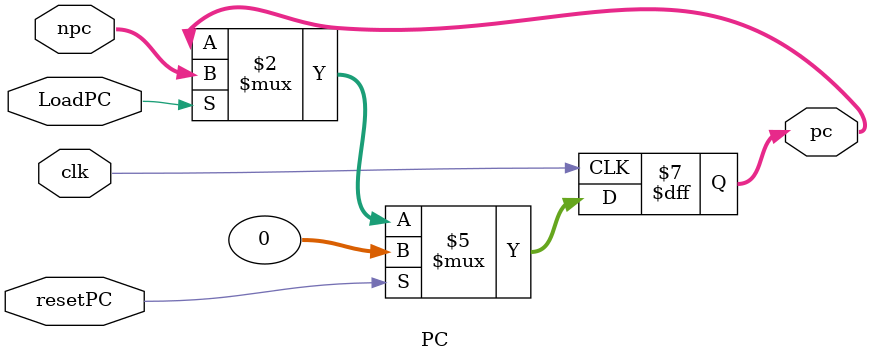
<source format=v>
`timescale 1ns / 1ps


module PC(input clk,
    input LoadPC,
    input [31:0] npc,
    input resetPC,
    output reg [31:0] pc
    );
    always @(posedge clk) 
    begin 
        if(resetPC) pc <= 32'b0;
        else if(LoadPC) pc <= npc;
    end 
endmodule

</source>
